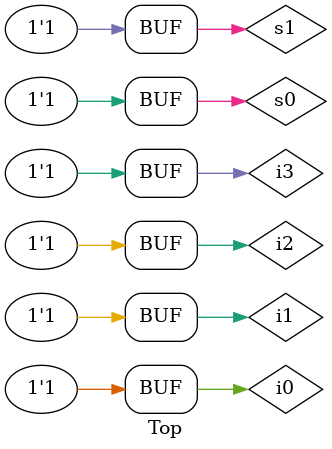
<source format=v>


`timescale 100ns/1ns


module Top;

parameter vcd="fso.vcd";


reg i0=1,i1=1,i2=1,i3=1,s0,s1;
wire out;
fso f0(out,i0,i1,i2,i3,s0,s1);


initial 
begin
	$monitor(out,i0,i1,i2,i3,s0,s1);
	#5
	s0=0;
	s1=0;
	#5
	s0=0;
	s1=1;
	#5
	s0=1;
	s1=0;
	#5
	s0=1;
	s1=1;

end

initial 
begin 
	$dumpfile(vcd);
	$dumpvars(0,Top);
end 
endmodule

</source>
